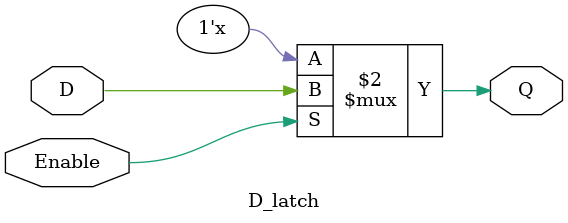
<source format=v>
/*
=================D-LATCH==================
Como es un latch el mismo siempre cambiara
a si el reloj esta en uno no cuando ocurre
el trigger
*/
module D_latch (output reg Q, input D, Enable);
    always @ (D, Enable)
        if (Enable) Q<=D;  //el simbolo <= es una asignacion non bloking
endmodule
</source>
